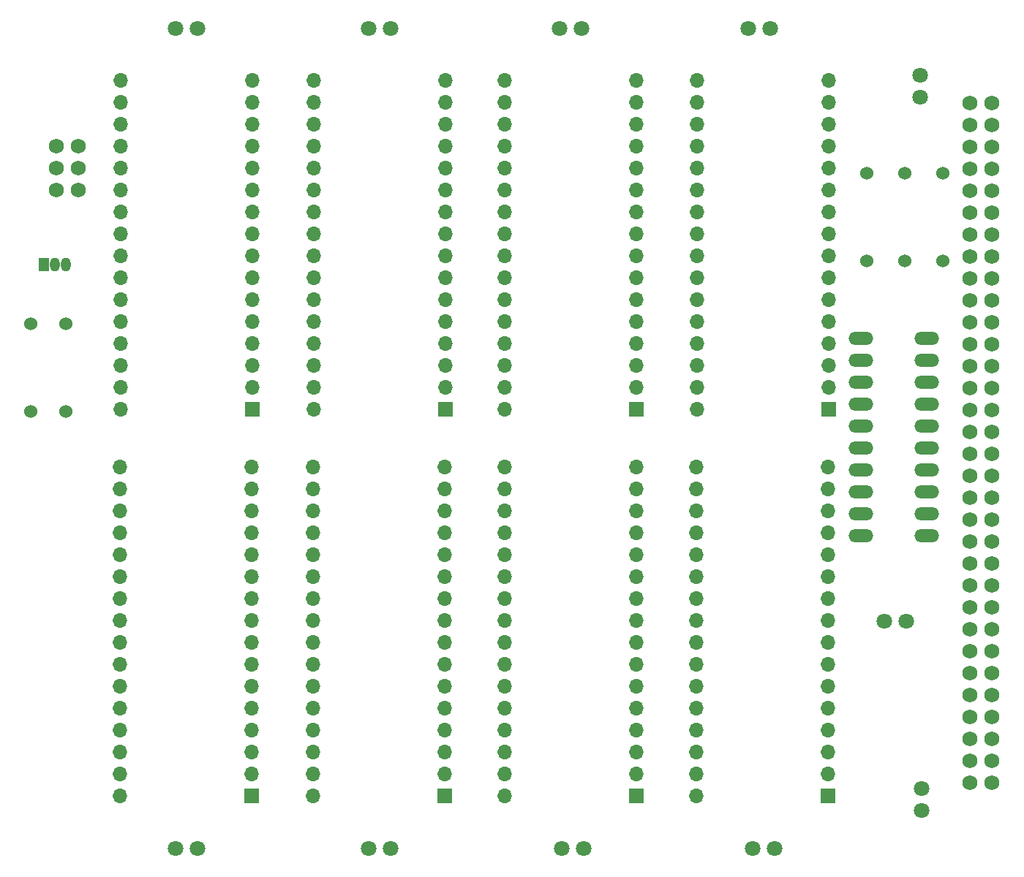
<source format=gbr>
G04 #@! TF.GenerationSoftware,KiCad,Pcbnew,(5.1.5-0-10_14)*
G04 #@! TF.CreationDate,2020-04-13T19:44:13+01:00*
G04 #@! TF.ProjectId,roscram01,726f7363-7261-46d3-9031-2e6b69636164,rev?*
G04 #@! TF.SameCoordinates,Original*
G04 #@! TF.FileFunction,Soldermask,Bot*
G04 #@! TF.FilePolarity,Negative*
%FSLAX46Y46*%
G04 Gerber Fmt 4.6, Leading zero omitted, Abs format (unit mm)*
G04 Created by KiCad (PCBNEW (5.1.5-0-10_14)) date 2020-04-13 19:44:13*
%MOMM*%
%LPD*%
G04 APERTURE LIST*
%ADD10C,1.727200*%
%ADD11O,2.844800X1.524000*%
%ADD12O,1.701600X1.701600*%
%ADD13R,1.701600X1.701600*%
%ADD14C,1.803400*%
%ADD15C,1.524000*%
%ADD16R,1.151600X1.601600*%
%ADD17O,1.151600X1.601600*%
G04 APERTURE END LIST*
D10*
X90238000Y-54842000D03*
X87698000Y-54842000D03*
X90238000Y-52302000D03*
X87698000Y-52302000D03*
X90238000Y-49762000D03*
X87698000Y-49762000D03*
D11*
X188480700Y-94843600D03*
X188480700Y-92303600D03*
X188480700Y-89763600D03*
X188480700Y-87223600D03*
X188480700Y-84683600D03*
X188480700Y-82143600D03*
X188480700Y-79603600D03*
X188480700Y-77063600D03*
X188480700Y-74523600D03*
X188480700Y-71983600D03*
X180860700Y-71983600D03*
X180860700Y-74523600D03*
X180860700Y-77063600D03*
X180860700Y-79603600D03*
X180860700Y-82143600D03*
X180860700Y-84683600D03*
X180860700Y-87223600D03*
X180860700Y-89763600D03*
X180860700Y-92303600D03*
X180860700Y-94843600D03*
D12*
X161874200Y-80238600D03*
X177114200Y-42138600D03*
X161874200Y-77698600D03*
X177114200Y-44678600D03*
X161874200Y-75158600D03*
X177114200Y-47218600D03*
X161874200Y-72618600D03*
X177114200Y-49758600D03*
X161874200Y-70078600D03*
X177114200Y-52298600D03*
X161874200Y-67538600D03*
X177114200Y-54838600D03*
X161874200Y-64998600D03*
X177114200Y-57378600D03*
X161874200Y-62458600D03*
X177114200Y-59918600D03*
X161874200Y-59918600D03*
X177114200Y-62458600D03*
X161874200Y-57378600D03*
X177114200Y-64998600D03*
X161874200Y-54838600D03*
X177114200Y-67538600D03*
X161874200Y-52298600D03*
X177114200Y-70078600D03*
X161874200Y-49758600D03*
X177114200Y-72618600D03*
X161874200Y-47218600D03*
X177114200Y-75158600D03*
X161874200Y-44678600D03*
X177114200Y-77698600D03*
X161874200Y-42138600D03*
D13*
X177114200Y-80238600D03*
D14*
X187845700Y-126695200D03*
X187845700Y-124155200D03*
X187744100Y-44056300D03*
X187744100Y-41516300D03*
D12*
X95072200Y-125006100D03*
X110312200Y-86906100D03*
X95072200Y-122466100D03*
X110312200Y-89446100D03*
X95072200Y-119926100D03*
X110312200Y-91986100D03*
X95072200Y-117386100D03*
X110312200Y-94526100D03*
X95072200Y-114846100D03*
X110312200Y-97066100D03*
X95072200Y-112306100D03*
X110312200Y-99606100D03*
X95072200Y-109766100D03*
X110312200Y-102146100D03*
X95072200Y-107226100D03*
X110312200Y-104686100D03*
X95072200Y-104686100D03*
X110312200Y-107226100D03*
X95072200Y-102146100D03*
X110312200Y-109766100D03*
X95072200Y-99606100D03*
X110312200Y-112306100D03*
X95072200Y-97066100D03*
X110312200Y-114846100D03*
X95072200Y-94526100D03*
X110312200Y-117386100D03*
X95072200Y-91986100D03*
X110312200Y-119926100D03*
X95072200Y-89446100D03*
X110312200Y-122466100D03*
X95072200Y-86906100D03*
D13*
X110312200Y-125006100D03*
D14*
X168287700Y-131102100D03*
X170827700Y-131102100D03*
D12*
X95135700Y-80238600D03*
X110375700Y-42138600D03*
X95135700Y-77698600D03*
X110375700Y-44678600D03*
X95135700Y-75158600D03*
X110375700Y-47218600D03*
X95135700Y-72618600D03*
X110375700Y-49758600D03*
X95135700Y-70078600D03*
X110375700Y-52298600D03*
X95135700Y-67538600D03*
X110375700Y-54838600D03*
X95135700Y-64998600D03*
X110375700Y-57378600D03*
X95135700Y-62458600D03*
X110375700Y-59918600D03*
X95135700Y-59918600D03*
X110375700Y-62458600D03*
X95135700Y-57378600D03*
X110375700Y-64998600D03*
X95135700Y-54838600D03*
X110375700Y-67538600D03*
X95135700Y-52298600D03*
X110375700Y-70078600D03*
X95135700Y-49758600D03*
X110375700Y-72618600D03*
X95135700Y-47218600D03*
X110375700Y-75158600D03*
X95135700Y-44678600D03*
X110375700Y-77698600D03*
X95135700Y-42138600D03*
D13*
X110375700Y-80238600D03*
D12*
X117424200Y-125006100D03*
X132664200Y-86906100D03*
X117424200Y-122466100D03*
X132664200Y-89446100D03*
X117424200Y-119926100D03*
X132664200Y-91986100D03*
X117424200Y-117386100D03*
X132664200Y-94526100D03*
X117424200Y-114846100D03*
X132664200Y-97066100D03*
X117424200Y-112306100D03*
X132664200Y-99606100D03*
X117424200Y-109766100D03*
X132664200Y-102146100D03*
X117424200Y-107226100D03*
X132664200Y-104686100D03*
X117424200Y-104686100D03*
X132664200Y-107226100D03*
X117424200Y-102146100D03*
X132664200Y-109766100D03*
X117424200Y-99606100D03*
X132664200Y-112306100D03*
X117424200Y-97066100D03*
X132664200Y-114846100D03*
X117424200Y-94526100D03*
X132664200Y-117386100D03*
X117424200Y-91986100D03*
X132664200Y-119926100D03*
X117424200Y-89446100D03*
X132664200Y-122466100D03*
X117424200Y-86906100D03*
D13*
X132664200Y-125006100D03*
D12*
X117487700Y-80238600D03*
X132727700Y-42138600D03*
X117487700Y-77698600D03*
X132727700Y-44678600D03*
X117487700Y-75158600D03*
X132727700Y-47218600D03*
X117487700Y-72618600D03*
X132727700Y-49758600D03*
X117487700Y-70078600D03*
X132727700Y-52298600D03*
X117487700Y-67538600D03*
X132727700Y-54838600D03*
X117487700Y-64998600D03*
X132727700Y-57378600D03*
X117487700Y-62458600D03*
X132727700Y-59918600D03*
X117487700Y-59918600D03*
X132727700Y-62458600D03*
X117487700Y-57378600D03*
X132727700Y-64998600D03*
X117487700Y-54838600D03*
X132727700Y-67538600D03*
X117487700Y-52298600D03*
X132727700Y-70078600D03*
X117487700Y-49758600D03*
X132727700Y-72618600D03*
X117487700Y-47218600D03*
X132727700Y-75158600D03*
X117487700Y-44678600D03*
X132727700Y-77698600D03*
X117487700Y-42138600D03*
D13*
X132727700Y-80238600D03*
D12*
X139585700Y-125006100D03*
X154825700Y-86906100D03*
X139585700Y-122466100D03*
X154825700Y-89446100D03*
X139585700Y-119926100D03*
X154825700Y-91986100D03*
X139585700Y-117386100D03*
X154825700Y-94526100D03*
X139585700Y-114846100D03*
X154825700Y-97066100D03*
X139585700Y-112306100D03*
X154825700Y-99606100D03*
X139585700Y-109766100D03*
X154825700Y-102146100D03*
X139585700Y-107226100D03*
X154825700Y-104686100D03*
X139585700Y-104686100D03*
X154825700Y-107226100D03*
X139585700Y-102146100D03*
X154825700Y-109766100D03*
X139585700Y-99606100D03*
X154825700Y-112306100D03*
X139585700Y-97066100D03*
X154825700Y-114846100D03*
X139585700Y-94526100D03*
X154825700Y-117386100D03*
X139585700Y-91986100D03*
X154825700Y-119926100D03*
X139585700Y-89446100D03*
X154825700Y-122466100D03*
X139585700Y-86906100D03*
D13*
X154825700Y-125006100D03*
D12*
X139585700Y-80238600D03*
X154825700Y-42138600D03*
X139585700Y-77698600D03*
X154825700Y-44678600D03*
X139585700Y-75158600D03*
X154825700Y-47218600D03*
X139585700Y-72618600D03*
X154825700Y-49758600D03*
X139585700Y-70078600D03*
X154825700Y-52298600D03*
X139585700Y-67538600D03*
X154825700Y-54838600D03*
X139585700Y-64998600D03*
X154825700Y-57378600D03*
X139585700Y-62458600D03*
X154825700Y-59918600D03*
X139585700Y-59918600D03*
X154825700Y-62458600D03*
X139585700Y-57378600D03*
X154825700Y-64998600D03*
X139585700Y-54838600D03*
X154825700Y-67538600D03*
X139585700Y-52298600D03*
X154825700Y-70078600D03*
X139585700Y-49758600D03*
X154825700Y-72618600D03*
X139585700Y-47218600D03*
X154825700Y-75158600D03*
X139585700Y-44678600D03*
X154825700Y-77698600D03*
X139585700Y-42138600D03*
D13*
X154825700Y-80238600D03*
D12*
X161810700Y-125006100D03*
X177050700Y-86906100D03*
X161810700Y-122466100D03*
X177050700Y-89446100D03*
X161810700Y-119926100D03*
X177050700Y-91986100D03*
X161810700Y-117386100D03*
X177050700Y-94526100D03*
X161810700Y-114846100D03*
X177050700Y-97066100D03*
X161810700Y-112306100D03*
X177050700Y-99606100D03*
X161810700Y-109766100D03*
X177050700Y-102146100D03*
X161810700Y-107226100D03*
X177050700Y-104686100D03*
X161810700Y-104686100D03*
X177050700Y-107226100D03*
X161810700Y-102146100D03*
X177050700Y-109766100D03*
X161810700Y-99606100D03*
X177050700Y-112306100D03*
X161810700Y-97066100D03*
X177050700Y-114846100D03*
X161810700Y-94526100D03*
X177050700Y-117386100D03*
X161810700Y-91986100D03*
X177050700Y-119926100D03*
X161810700Y-89446100D03*
X177050700Y-122466100D03*
X161810700Y-86906100D03*
D13*
X177050700Y-125006100D03*
D15*
X190322200Y-52870100D03*
X190322200Y-63030100D03*
X185940700Y-52870100D03*
X185940700Y-63030100D03*
X181559200Y-52870100D03*
X181559200Y-63030100D03*
X84785200Y-70319900D03*
X84785200Y-80479900D03*
X88861900Y-70307200D03*
X88861900Y-80467200D03*
D16*
X86309200Y-63487300D03*
D17*
X88849200Y-63487300D03*
X87579200Y-63487300D03*
D10*
X196037200Y-123482100D03*
X193497200Y-123482100D03*
X196037200Y-120942100D03*
X193497200Y-120942100D03*
X193497200Y-44742100D03*
X196037200Y-44742100D03*
X193497200Y-47282100D03*
X196037200Y-47282100D03*
X193497200Y-49822100D03*
X196037200Y-49822100D03*
X193497200Y-52362100D03*
X196037200Y-52362100D03*
X193497200Y-54902100D03*
X196037200Y-54902100D03*
X193497200Y-57442100D03*
X196037200Y-57442100D03*
X193497200Y-59982100D03*
X196037200Y-59982100D03*
X193497200Y-62522100D03*
X196037200Y-62522100D03*
X193497200Y-65062100D03*
X196037200Y-65062100D03*
X193497200Y-67602100D03*
X196037200Y-67602100D03*
X193497200Y-70142100D03*
X196037200Y-70142100D03*
X193497200Y-72682100D03*
X196037200Y-72682100D03*
X193497200Y-75222100D03*
X196037200Y-75222100D03*
X193497200Y-77762100D03*
X196037200Y-77762100D03*
X193497200Y-80302100D03*
X196037200Y-80302100D03*
X193497200Y-82842100D03*
X196037200Y-82842100D03*
X193497200Y-85382100D03*
X196037200Y-85382100D03*
X193497200Y-87922100D03*
X196037200Y-87922100D03*
X193497200Y-90462100D03*
X196037200Y-90462100D03*
X193497200Y-93002100D03*
X196037200Y-93002100D03*
X193497200Y-95542100D03*
X196037200Y-95542100D03*
X193497200Y-98082100D03*
X196037200Y-98082100D03*
X193497200Y-100622100D03*
X196037200Y-100622100D03*
X193497200Y-103162100D03*
X196037200Y-103162100D03*
X193497200Y-105702100D03*
X196037200Y-105702100D03*
X193497200Y-108242100D03*
X196037200Y-108242100D03*
X193497200Y-110782100D03*
X196037200Y-110782100D03*
X193497200Y-113322100D03*
X196037200Y-113322100D03*
X193497200Y-115862100D03*
X196037200Y-115862100D03*
X193497200Y-118402100D03*
X196037200Y-118402100D03*
D14*
X183527700Y-104813100D03*
X186067700Y-104813100D03*
X101549200Y-131102100D03*
X104089200Y-131102100D03*
X101485700Y-36131500D03*
X104025700Y-36131500D03*
X123901200Y-131102100D03*
X126441200Y-131102100D03*
X123837700Y-36106100D03*
X126377700Y-36106100D03*
X146189700Y-131102100D03*
X148729700Y-131102100D03*
X145935700Y-36106100D03*
X148475700Y-36106100D03*
X167779700Y-36106100D03*
X170319700Y-36106100D03*
M02*

</source>
